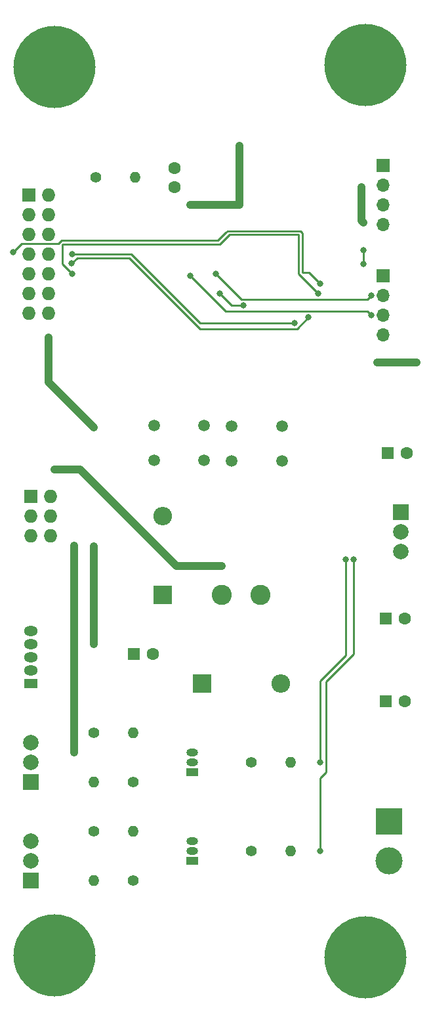
<source format=gbr>
G04 #@! TF.GenerationSoftware,KiCad,Pcbnew,(5.0.1-3-g963ef8bb5)*
G04 #@! TF.CreationDate,2019-04-20T19:45:59+01:00*
G04 #@! TF.ProjectId,flipcontrol,666C6970636F6E74726F6C2E6B696361,rev?*
G04 #@! TF.SameCoordinates,Original*
G04 #@! TF.FileFunction,Copper,L2,Bot,Signal*
G04 #@! TF.FilePolarity,Positive*
%FSLAX46Y46*%
G04 Gerber Fmt 4.6, Leading zero omitted, Abs format (unit mm)*
G04 Created by KiCad (PCBNEW (5.0.1-3-g963ef8bb5)) date Saturday, 20 April 2019 at 19:45:59*
%MOMM*%
%LPD*%
G01*
G04 APERTURE LIST*
G04 #@! TA.AperFunction,ComponentPad*
%ADD10R,2.400000X2.400000*%
G04 #@! TD*
G04 #@! TA.AperFunction,ComponentPad*
%ADD11O,2.400000X2.400000*%
G04 #@! TD*
G04 #@! TA.AperFunction,ComponentPad*
%ADD12C,10.600000*%
G04 #@! TD*
G04 #@! TA.AperFunction,ComponentPad*
%ADD13C,2.600000*%
G04 #@! TD*
G04 #@! TA.AperFunction,ComponentPad*
%ADD14R,1.727200X1.727200*%
G04 #@! TD*
G04 #@! TA.AperFunction,ComponentPad*
%ADD15O,1.727200X1.727200*%
G04 #@! TD*
G04 #@! TA.AperFunction,ComponentPad*
%ADD16O,1.700000X1.700000*%
G04 #@! TD*
G04 #@! TA.AperFunction,ComponentPad*
%ADD17R,1.700000X1.700000*%
G04 #@! TD*
G04 #@! TA.AperFunction,ComponentPad*
%ADD18C,1.600000*%
G04 #@! TD*
G04 #@! TA.AperFunction,ComponentPad*
%ADD19R,1.600000X1.600000*%
G04 #@! TD*
G04 #@! TA.AperFunction,ComponentPad*
%ADD20R,3.500120X3.500120*%
G04 #@! TD*
G04 #@! TA.AperFunction,ComponentPad*
%ADD21C,3.500120*%
G04 #@! TD*
G04 #@! TA.AperFunction,ComponentPad*
%ADD22C,2.000000*%
G04 #@! TD*
G04 #@! TA.AperFunction,ComponentPad*
%ADD23R,2.000000X2.000000*%
G04 #@! TD*
G04 #@! TA.AperFunction,ComponentPad*
%ADD24O,1.500000X1.000000*%
G04 #@! TD*
G04 #@! TA.AperFunction,ComponentPad*
%ADD25R,1.500000X1.000000*%
G04 #@! TD*
G04 #@! TA.AperFunction,ComponentPad*
%ADD26C,1.400000*%
G04 #@! TD*
G04 #@! TA.AperFunction,ComponentPad*
%ADD27O,1.400000X1.400000*%
G04 #@! TD*
G04 #@! TA.AperFunction,ComponentPad*
%ADD28C,1.500000*%
G04 #@! TD*
G04 #@! TA.AperFunction,ComponentPad*
%ADD29R,1.800000X1.275000*%
G04 #@! TD*
G04 #@! TA.AperFunction,ComponentPad*
%ADD30O,1.800000X1.275000*%
G04 #@! TD*
G04 #@! TA.AperFunction,ViaPad*
%ADD31C,0.800000*%
G04 #@! TD*
G04 #@! TA.AperFunction,Conductor*
%ADD32C,1.000000*%
G04 #@! TD*
G04 #@! TA.AperFunction,Conductor*
%ADD33C,0.250000*%
G04 #@! TD*
G04 APERTURE END LIST*
D10*
G04 #@! TO.P,D2,1*
G04 #@! TO.N,+24V*
X118670000Y-133350000D03*
D11*
G04 #@! TO.P,D2,2*
G04 #@! TO.N,Net-(D2-Pad2)*
X128830000Y-133350000D03*
G04 #@! TD*
D12*
G04 #@! TO.P,H1,1*
G04 #@! TO.N,GND*
X139752000Y-53594000D03*
G04 #@! TD*
G04 #@! TO.P,H2,1*
G04 #@! TO.N,GND*
X99620000Y-53848000D03*
G04 #@! TD*
G04 #@! TO.P,H4,1*
G04 #@! TO.N,GND*
X139752000Y-168656000D03*
G04 #@! TD*
G04 #@! TO.P,H3,1*
G04 #@! TO.N,GND*
X99620000Y-168402000D03*
G04 #@! TD*
D13*
G04 #@! TO.P,L1,1*
G04 #@! TO.N,Net-(D1-Pad1)*
X121210000Y-121920000D03*
G04 #@! TO.P,L1,2*
G04 #@! TO.N,+5V*
X126210000Y-121920000D03*
G04 #@! TD*
D14*
G04 #@! TO.P,J5,1*
G04 #@! TO.N,GND*
X96266000Y-70358000D03*
D15*
G04 #@! TO.P,J5,2*
G04 #@! TO.N,ENABLE_1*
X98806000Y-70358000D03*
G04 #@! TO.P,J5,3*
G04 #@! TO.N,ENABLE_2*
X96266000Y-72898000D03*
G04 #@! TO.P,J5,4*
G04 #@! TO.N,ENABLE_3*
X98806000Y-72898000D03*
G04 #@! TO.P,J5,5*
G04 #@! TO.N,ENABLE_4*
X96266000Y-75438000D03*
G04 #@! TO.P,J5,6*
G04 #@! TO.N,Net-(J5-Pad6)*
X98806000Y-75438000D03*
G04 #@! TO.P,J5,7*
G04 #@! TO.N,COL_ADVANCE*
X96266000Y-77978000D03*
G04 #@! TO.P,J5,8*
G04 #@! TO.N,RESET*
X98806000Y-77978000D03*
G04 #@! TO.P,J5,9*
G04 #@! TO.N,SET_UNSET*
X96266000Y-80518000D03*
G04 #@! TO.P,J5,10*
G04 #@! TO.N,ROW_ADVANCE*
X98806000Y-80518000D03*
G04 #@! TO.P,J5,11*
G04 #@! TO.N,+5V*
X96266000Y-83058000D03*
G04 #@! TO.P,J5,12*
G04 #@! TO.N,COIL_DRIVE_OUT*
X98806000Y-83058000D03*
G04 #@! TO.P,J5,13*
G04 #@! TO.N,Net-(J5-Pad13)*
X96266000Y-85598000D03*
G04 #@! TO.P,J5,14*
G04 #@! TO.N,+24V*
X98806000Y-85598000D03*
G04 #@! TD*
D16*
G04 #@! TO.P,J2,4*
G04 #@! TO.N,GND*
X142038000Y-88392000D03*
G04 #@! TO.P,J2,3*
G04 #@! TO.N,RX_INT*
X142038000Y-85852000D03*
G04 #@! TO.P,J2,2*
G04 #@! TO.N,TX_INT*
X142038000Y-83312000D03*
D17*
G04 #@! TO.P,J2,1*
G04 #@! TO.N,+3V3*
X142038000Y-80772000D03*
G04 #@! TD*
D18*
G04 #@! TO.P,C5,2*
G04 #@! TO.N,GND*
X144832000Y-135636000D03*
D19*
G04 #@! TO.P,C5,1*
G04 #@! TO.N,+5V*
X142332000Y-135636000D03*
G04 #@! TD*
G04 #@! TO.P,C4,1*
G04 #@! TO.N,+3V3*
X142586000Y-103632000D03*
D18*
G04 #@! TO.P,C4,2*
G04 #@! TO.N,GND*
X145086000Y-103632000D03*
G04 #@! TD*
G04 #@! TO.P,C3,2*
G04 #@! TO.N,GND*
X144832000Y-124968000D03*
D19*
G04 #@! TO.P,C3,1*
G04 #@! TO.N,+5V*
X142332000Y-124968000D03*
G04 #@! TD*
G04 #@! TO.P,C2,1*
G04 #@! TO.N,+24V*
X109820000Y-129540000D03*
D18*
G04 #@! TO.P,C2,2*
G04 #@! TO.N,GND*
X112320000Y-129540000D03*
G04 #@! TD*
G04 #@! TO.P,C1,1*
G04 #@! TO.N,GND*
X115114000Y-69342000D03*
G04 #@! TO.P,C1,2*
G04 #@! TO.N,+3V3*
X115114000Y-66842000D03*
G04 #@! TD*
D10*
G04 #@! TO.P,D1,1*
G04 #@! TO.N,Net-(D1-Pad1)*
X113590000Y-121920000D03*
D11*
G04 #@! TO.P,D1,2*
G04 #@! TO.N,GND*
X113590000Y-111760000D03*
G04 #@! TD*
D17*
G04 #@! TO.P,J1,1*
G04 #@! TO.N,+3V3*
X142038000Y-66548000D03*
D16*
G04 #@! TO.P,J1,2*
G04 #@! TO.N,TX_PROG*
X142038000Y-69088000D03*
G04 #@! TO.P,J1,3*
G04 #@! TO.N,RX_PROG*
X142038000Y-71628000D03*
G04 #@! TO.P,J1,4*
G04 #@! TO.N,GND*
X142038000Y-74168000D03*
G04 #@! TD*
D20*
G04 #@! TO.P,J3,1*
G04 #@! TO.N,Net-(D2-Pad2)*
X142800000Y-151130000D03*
D21*
G04 #@! TO.P,J3,2*
G04 #@! TO.N,GND*
X142800000Y-156210000D03*
G04 #@! TD*
D14*
G04 #@! TO.P,J4,1*
G04 #@! TO.N,LED_OUT*
X96520000Y-109220000D03*
D15*
G04 #@! TO.P,J4,2*
X99060000Y-109220000D03*
G04 #@! TO.P,J4,3*
X96520000Y-111760000D03*
G04 #@! TO.P,J4,4*
G04 #@! TO.N,GND*
X99060000Y-111760000D03*
G04 #@! TO.P,J4,5*
X96520000Y-114300000D03*
G04 #@! TO.P,J4,6*
X99060000Y-114300000D03*
G04 #@! TD*
D22*
G04 #@! TO.P,Q1,3*
G04 #@! TO.N,+24V*
X96520000Y-140970000D03*
G04 #@! TO.P,Q1,2*
G04 #@! TO.N,COIL_DRIVE_OUT*
X96520000Y-143510000D03*
D23*
G04 #@! TO.P,Q1,1*
G04 #@! TO.N,Net-(Q1-Pad1)*
X96520000Y-146050000D03*
G04 #@! TD*
D24*
G04 #@! TO.P,Q2,2*
G04 #@! TO.N,Net-(Q2-Pad2)*
X117400000Y-143510000D03*
G04 #@! TO.P,Q2,3*
G04 #@! TO.N,Net-(Q2-Pad3)*
X117400000Y-142240000D03*
D25*
G04 #@! TO.P,Q2,1*
G04 #@! TO.N,GND*
X117400000Y-144780000D03*
G04 #@! TD*
D23*
G04 #@! TO.P,Q3,1*
G04 #@! TO.N,Net-(Q3-Pad1)*
X96520000Y-158750000D03*
D22*
G04 #@! TO.P,Q3,2*
G04 #@! TO.N,LED_OUT*
X96520000Y-156210000D03*
G04 #@! TO.P,Q3,3*
G04 #@! TO.N,+24V*
X96520000Y-153670000D03*
G04 #@! TD*
D25*
G04 #@! TO.P,Q4,1*
G04 #@! TO.N,GND*
X117400000Y-156210000D03*
D24*
G04 #@! TO.P,Q4,3*
G04 #@! TO.N,Net-(Q4-Pad3)*
X117400000Y-153670000D03*
G04 #@! TO.P,Q4,2*
G04 #@! TO.N,Net-(Q4-Pad2)*
X117400000Y-154940000D03*
G04 #@! TD*
D26*
G04 #@! TO.P,R1,1*
G04 #@! TO.N,Net-(Q2-Pad3)*
X109780000Y-146050000D03*
D27*
G04 #@! TO.P,R1,2*
G04 #@! TO.N,Net-(Q1-Pad1)*
X104700000Y-146050000D03*
G04 #@! TD*
G04 #@! TO.P,R2,2*
G04 #@! TO.N,COIL_DRIVE_IN*
X130100000Y-143510000D03*
D26*
G04 #@! TO.P,R2,1*
G04 #@! TO.N,Net-(Q2-Pad2)*
X125020000Y-143510000D03*
G04 #@! TD*
G04 #@! TO.P,R3,1*
G04 #@! TO.N,+3V3*
X104954000Y-68072000D03*
D27*
G04 #@! TO.P,R3,2*
G04 #@! TO.N,Net-(MOD1-Pad3)*
X110034000Y-68072000D03*
G04 #@! TD*
G04 #@! TO.P,R4,2*
G04 #@! TO.N,Net-(Q2-Pad3)*
X109780000Y-139700000D03*
D26*
G04 #@! TO.P,R4,1*
G04 #@! TO.N,+24V*
X104700000Y-139700000D03*
G04 #@! TD*
D27*
G04 #@! TO.P,R5,2*
G04 #@! TO.N,Net-(Q3-Pad1)*
X104700000Y-158750000D03*
D26*
G04 #@! TO.P,R5,1*
G04 #@! TO.N,Net-(Q4-Pad3)*
X109780000Y-158750000D03*
G04 #@! TD*
G04 #@! TO.P,R6,1*
G04 #@! TO.N,Net-(Q4-Pad2)*
X125020000Y-154940000D03*
D27*
G04 #@! TO.P,R6,2*
G04 #@! TO.N,LED_IN*
X130100000Y-154940000D03*
G04 #@! TD*
D26*
G04 #@! TO.P,R7,1*
G04 #@! TO.N,+24V*
X104700000Y-152400000D03*
D27*
G04 #@! TO.P,R7,2*
G04 #@! TO.N,Net-(Q4-Pad3)*
X109780000Y-152400000D03*
G04 #@! TD*
D28*
G04 #@! TO.P,S1,1*
G04 #@! TO.N,GND*
X128980000Y-100148000D03*
G04 #@! TO.P,S1,2*
G04 #@! TO.N,Net-(S1-Pad2)*
X128980000Y-104648000D03*
G04 #@! TO.P,S1,3*
G04 #@! TO.N,Net-(MOD1-Pad25)*
X122480000Y-100148000D03*
G04 #@! TO.P,S1,4*
G04 #@! TO.N,Net-(S1-Pad4)*
X122480000Y-104648000D03*
G04 #@! TD*
G04 #@! TO.P,S2,4*
G04 #@! TO.N,Net-(MOD1-Pad3)*
X112424000Y-104576000D03*
G04 #@! TO.P,S2,3*
G04 #@! TO.N,Net-(S2-Pad3)*
X112424000Y-100076000D03*
G04 #@! TO.P,S2,2*
G04 #@! TO.N,GND*
X118924000Y-104576000D03*
G04 #@! TO.P,S2,1*
G04 #@! TO.N,Net-(S2-Pad1)*
X118924000Y-100076000D03*
G04 #@! TD*
D29*
G04 #@! TO.P,U1,1*
G04 #@! TO.N,+24V*
X96520000Y-133350000D03*
D30*
G04 #@! TO.P,U1,2*
G04 #@! TO.N,Net-(D1-Pad1)*
X96520000Y-131650000D03*
G04 #@! TO.P,U1,3*
G04 #@! TO.N,GND*
X96520000Y-129950000D03*
G04 #@! TO.P,U1,4*
G04 #@! TO.N,+5V*
X96520000Y-128250000D03*
G04 #@! TO.P,U1,5*
G04 #@! TO.N,GND*
X96520000Y-126550000D03*
G04 #@! TD*
D23*
G04 #@! TO.P,U2,1*
G04 #@! TO.N,GND*
X144324000Y-111252000D03*
D22*
G04 #@! TO.P,U2,2*
G04 #@! TO.N,+3V3*
X144324000Y-113792000D03*
G04 #@! TO.P,U2,3*
G04 #@! TO.N,+5V*
X144324000Y-116332000D03*
G04 #@! TD*
D31*
G04 #@! TO.N,GND*
X120956000Y-83058000D03*
X117146000Y-71628000D03*
X123496000Y-71628000D03*
X123496000Y-64008000D03*
X141276000Y-91948000D03*
X146356000Y-91948000D03*
X124004000Y-84582000D03*
X139498000Y-73914000D03*
X139244000Y-69342000D03*
G04 #@! TO.N,+24V*
X98806000Y-88698000D03*
X104700000Y-128270000D03*
X104700000Y-100330000D03*
X104700000Y-115650000D03*
G04 #@! TO.N,+5V*
X99590000Y-105700000D03*
X121140000Y-118180000D03*
G04 #@! TO.N,RX_INT*
X140514000Y-85852000D03*
X117146000Y-80772000D03*
G04 #@! TO.N,TX_INT*
X140514000Y-83312000D03*
X120448000Y-80518000D03*
G04 #@! TO.N,COL_ADVANCE*
X101824601Y-79166601D03*
X132386000Y-86111002D03*
G04 #@! TO.N,RESET*
X101906000Y-77978000D03*
X130556000Y-86868000D03*
G04 #@! TO.N,SET_UNSET*
X94286000Y-77724000D03*
X133910000Y-81788000D03*
G04 #@! TO.N,ROW_ADVANCE*
X101906000Y-80518000D03*
X133656000Y-83058000D03*
G04 #@! TO.N,COIL_DRIVE_OUT*
X102142940Y-115552940D03*
X102142940Y-142222940D03*
G04 #@! TO.N,LED_IN*
X133910000Y-154940000D03*
X139461001Y-77433001D03*
X139461001Y-79248000D03*
X138228000Y-117348000D03*
G04 #@! TO.N,COIL_DRIVE_IN*
X133910000Y-143510000D03*
X137212000Y-117348000D03*
G04 #@! TD*
D32*
G04 #@! TO.N,GND*
X141276000Y-91948000D02*
X146356000Y-91948000D01*
X117146000Y-71628000D02*
X123496000Y-71628000D01*
X123496000Y-71628000D02*
X123496000Y-64008000D01*
D33*
X122480000Y-84582000D02*
X124004000Y-84582000D01*
X120956000Y-83058000D02*
X122480000Y-84582000D01*
D32*
X139244000Y-73660000D02*
X139498000Y-73914000D01*
X139244000Y-69342000D02*
X139244000Y-73660000D01*
G04 #@! TO.N,+24V*
X104700000Y-128270000D02*
X104700000Y-128270000D01*
X104700000Y-115650000D02*
X104700000Y-128270000D01*
X98806000Y-94436000D02*
X104700000Y-100330000D01*
X98806000Y-88698000D02*
X98806000Y-94436000D01*
G04 #@! TO.N,+5V*
X99590000Y-105700000D02*
X102860000Y-105700000D01*
X102860000Y-105700000D02*
X115340000Y-118180000D01*
X115340000Y-118180000D02*
X121140000Y-118180000D01*
X121140000Y-118180000D02*
X121140000Y-118180000D01*
D33*
G04 #@! TO.N,RX_INT*
X140006000Y-85344000D02*
X124637590Y-85344000D01*
X140514000Y-85852000D02*
X140006000Y-85344000D01*
X124637590Y-85344000D02*
X124200998Y-85344000D01*
X124200998Y-85344000D02*
X121718000Y-85344000D01*
X121718000Y-85344000D02*
X117146000Y-80772000D01*
X117146000Y-80772000D02*
X117146000Y-80772000D01*
G04 #@! TO.N,TX_INT*
X140006000Y-83820000D02*
X123750000Y-83820000D01*
X140514000Y-83312000D02*
X140006000Y-83820000D01*
X123750000Y-83820000D02*
X121210000Y-81280000D01*
X121210000Y-81280000D02*
X121210000Y-81280000D01*
X121210000Y-81280000D02*
X120448000Y-80518000D01*
G04 #@! TO.N,COL_ADVANCE*
X132386000Y-86111002D02*
X132386000Y-86111002D01*
X102563192Y-78428010D02*
X101824601Y-79166601D01*
X109214010Y-78428010D02*
X102563192Y-78428010D01*
X118379001Y-87593001D02*
X109214010Y-78428010D01*
X130904001Y-87593001D02*
X118379001Y-87593001D01*
X132386000Y-86111002D02*
X130904001Y-87593001D01*
G04 #@! TO.N,RESET*
X130556000Y-86868000D02*
X130556000Y-86868000D01*
X101906000Y-77978000D02*
X109526000Y-77978000D01*
X118416000Y-86868000D02*
X130556000Y-86868000D01*
X109526000Y-77978000D02*
X118416000Y-86868000D01*
G04 #@! TO.N,SET_UNSET*
X100080989Y-76626601D02*
X100507590Y-76200000D01*
X95383399Y-76626601D02*
X100080989Y-76626601D01*
X94286000Y-77724000D02*
X95383399Y-76626601D01*
X100507590Y-76200000D02*
X106986000Y-76200000D01*
X106986000Y-76200000D02*
X120702000Y-76200000D01*
X120702000Y-76200000D02*
X121718000Y-75184000D01*
X131302400Y-74987990D02*
X131566010Y-75251600D01*
X121914010Y-74987990D02*
X131302400Y-74987990D01*
X121718000Y-75184000D02*
X121914010Y-74987990D01*
X131566010Y-75251600D02*
X131566010Y-80331600D01*
X131566010Y-80331600D02*
X132453600Y-80331600D01*
X132453600Y-80331600D02*
X133910000Y-81788000D01*
X133910000Y-81788000D02*
X133910000Y-81788000D01*
G04 #@! TO.N,ROW_ADVANCE*
X101906000Y-80518000D02*
X100636000Y-79248000D01*
X100636000Y-79248000D02*
X100636000Y-76708000D01*
X120956000Y-76708000D02*
X122226000Y-75438000D01*
X100636000Y-76708000D02*
X120956000Y-76708000D01*
X122226000Y-75438000D02*
X131116000Y-75438000D01*
X131116000Y-75438000D02*
X131116000Y-80518000D01*
X131116000Y-80518000D02*
X133656000Y-83058000D01*
X133656000Y-83058000D02*
X133656000Y-83058000D01*
D32*
G04 #@! TO.N,COIL_DRIVE_OUT*
X102142940Y-115552940D02*
X102142940Y-142222940D01*
X102142940Y-142222940D02*
X102142940Y-142222940D01*
D33*
G04 #@! TO.N,LED_IN*
X139461001Y-77433001D02*
X139461001Y-77433001D01*
X133910000Y-154940000D02*
X133910000Y-145542000D01*
X133910000Y-145542000D02*
X134672000Y-144780000D01*
X139461001Y-79248000D02*
X139461001Y-77433001D01*
X139461001Y-79248000D02*
X139461001Y-79248000D01*
X138228000Y-129540000D02*
X138228000Y-117348000D01*
X134672000Y-144780000D02*
X134672000Y-133096000D01*
X134672000Y-133096000D02*
X138228000Y-129540000D01*
X138228000Y-117348000D02*
X138228000Y-117348000D01*
G04 #@! TO.N,COIL_DRIVE_IN*
X133910000Y-143510000D02*
X133910000Y-132994998D01*
X133910000Y-132994998D02*
X137212000Y-129692998D01*
X137212000Y-129692998D02*
X137212000Y-117348000D01*
G04 #@! TD*
M02*

</source>
